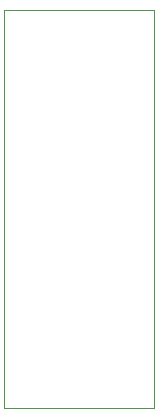
<source format=gbr>
%TF.GenerationSoftware,KiCad,Pcbnew,(6.0.11)*%
%TF.CreationDate,2024-01-12T21:04:37+00:00*%
%TF.ProjectId,EcoIDSwitch,45636f49-4453-4776-9974-63682e6b6963,rev?*%
%TF.SameCoordinates,Original*%
%TF.FileFunction,Profile,NP*%
%FSLAX46Y46*%
G04 Gerber Fmt 4.6, Leading zero omitted, Abs format (unit mm)*
G04 Created by KiCad (PCBNEW (6.0.11)) date 2024-01-12 21:04:37*
%MOMM*%
%LPD*%
G01*
G04 APERTURE LIST*
%TA.AperFunction,Profile*%
%ADD10C,0.100000*%
%TD*%
G04 APERTURE END LIST*
D10*
X168100000Y-68100000D02*
X155400000Y-68100000D01*
X155400000Y-68100000D02*
X155400000Y-101800000D01*
X168100000Y-101800000D02*
X168100000Y-68100000D01*
X155400000Y-101800000D02*
X168100000Y-101800000D01*
M02*

</source>
